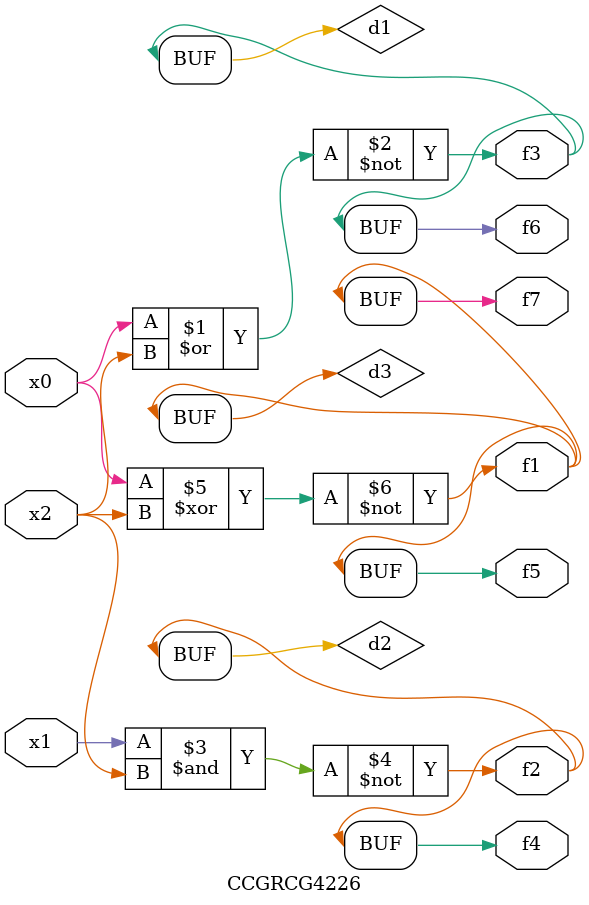
<source format=v>
module CCGRCG4226(
	input x0, x1, x2,
	output f1, f2, f3, f4, f5, f6, f7
);

	wire d1, d2, d3;

	nor (d1, x0, x2);
	nand (d2, x1, x2);
	xnor (d3, x0, x2);
	assign f1 = d3;
	assign f2 = d2;
	assign f3 = d1;
	assign f4 = d2;
	assign f5 = d3;
	assign f6 = d1;
	assign f7 = d3;
endmodule

</source>
